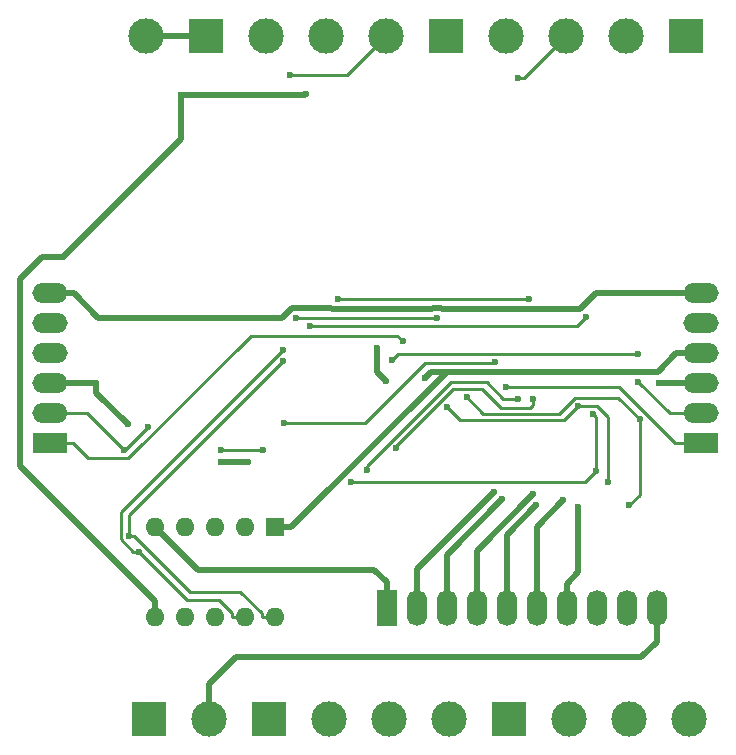
<source format=gbl>
G04 #@! TF.GenerationSoftware,KiCad,Pcbnew,5.99.0-unknown-9f841da98e~134~ubuntu20.04.1*
G04 #@! TF.CreationDate,2021-11-20T13:09:35+01:00*
G04 #@! TF.ProjectId,slave-8in-8out,736c6176-652d-4386-996e-2d386f75742e,rev?*
G04 #@! TF.SameCoordinates,PX3a22d00PY8062360*
G04 #@! TF.FileFunction,Copper,L2,Bot*
G04 #@! TF.FilePolarity,Positive*
%FSLAX46Y46*%
G04 Gerber Fmt 4.6, Leading zero omitted, Abs format (unit mm)*
G04 Created by KiCad (PCBNEW 5.99.0-unknown-9f841da98e~134~ubuntu20.04.1) date 2021-11-20 13:09:35*
%MOMM*%
%LPD*%
G01*
G04 APERTURE LIST*
G04 #@! TA.AperFunction,ComponentPad*
%ADD10R,3.000000X3.000000*%
G04 #@! TD*
G04 #@! TA.AperFunction,ComponentPad*
%ADD11C,3.000000*%
G04 #@! TD*
G04 #@! TA.AperFunction,ComponentPad*
%ADD12R,1.700000X3.048000*%
G04 #@! TD*
G04 #@! TA.AperFunction,ComponentPad*
%ADD13O,1.700000X3.048000*%
G04 #@! TD*
G04 #@! TA.AperFunction,ComponentPad*
%ADD14R,1.600000X1.600000*%
G04 #@! TD*
G04 #@! TA.AperFunction,ComponentPad*
%ADD15O,1.600000X1.600000*%
G04 #@! TD*
G04 #@! TA.AperFunction,ComponentPad*
%ADD16R,3.000000X1.700000*%
G04 #@! TD*
G04 #@! TA.AperFunction,ComponentPad*
%ADD17O,3.000000X1.700000*%
G04 #@! TD*
G04 #@! TA.AperFunction,ViaPad*
%ADD18C,0.600000*%
G04 #@! TD*
G04 #@! TA.AperFunction,Conductor*
%ADD19C,0.500000*%
G04 #@! TD*
G04 #@! TA.AperFunction,Conductor*
%ADD20C,0.250000*%
G04 #@! TD*
G04 APERTURE END LIST*
D10*
X86360000Y-66802000D03*
D11*
X81280000Y-66802000D03*
D10*
X127000000Y-66802000D03*
D11*
X121920000Y-66802000D03*
X116840000Y-66802000D03*
X111760000Y-66802000D03*
D10*
X106680000Y-66802000D03*
D11*
X101600000Y-66802000D03*
X96520000Y-66802000D03*
X91440000Y-66802000D03*
D12*
X101605000Y-115291000D03*
D13*
X104145000Y-115291000D03*
X106685000Y-115291000D03*
X109225000Y-115291000D03*
X111765000Y-115291000D03*
X114305000Y-115291000D03*
X116845000Y-115291000D03*
X119385000Y-115291000D03*
X121925000Y-115291000D03*
X124465000Y-115291000D03*
D10*
X112014000Y-124689000D03*
D11*
X117094000Y-124689000D03*
X122174000Y-124689000D03*
X127254000Y-124689000D03*
D10*
X91694000Y-124689000D03*
D11*
X96774000Y-124689000D03*
X101854000Y-124689000D03*
X106934000Y-124689000D03*
D10*
X81534000Y-124689000D03*
D11*
X86614000Y-124689000D03*
D14*
X92202000Y-108433000D03*
D15*
X89662000Y-108433000D03*
X87122000Y-108433000D03*
X84582000Y-108433000D03*
X82042000Y-108433000D03*
X82042000Y-116053000D03*
X84582000Y-116053000D03*
X87122000Y-116053000D03*
X89662000Y-116053000D03*
X92202000Y-116053000D03*
D16*
X73152000Y-101321000D03*
D17*
X73152000Y-98781000D03*
X73152000Y-96241000D03*
X73152000Y-93701000D03*
X73152000Y-91161000D03*
X73152000Y-88621000D03*
D16*
X128196000Y-101321000D03*
D17*
X128196000Y-98781000D03*
X128196000Y-96241000D03*
X128196000Y-93701000D03*
X128196000Y-91161000D03*
X128196000Y-88621000D03*
D18*
X100838000Y-93218000D03*
X101600000Y-96012000D03*
X104902000Y-95758000D03*
X89916000Y-102870000D03*
X87630000Y-102870000D03*
X77013200Y-96241000D03*
X124642800Y-96241000D03*
X79686200Y-99726500D03*
X111760000Y-96520000D03*
X102965600Y-92698900D03*
X102108000Y-94234000D03*
X122936000Y-96099500D03*
X87630000Y-101854000D03*
X81409906Y-99951906D03*
X79394400Y-101919100D03*
X91186000Y-101854000D03*
X122936000Y-93726000D03*
X112774000Y-70365500D03*
X93413300Y-70172300D03*
X108380800Y-97432000D03*
X122174000Y-106572700D03*
X123049100Y-99272000D03*
X98618600Y-104622800D03*
X119380000Y-103682900D03*
X119126000Y-98809600D03*
X117856000Y-98124000D03*
X106725900Y-98222900D03*
X120395400Y-104568300D03*
X113998700Y-97536000D03*
X102434100Y-101758500D03*
X112776000Y-97536000D03*
X99975900Y-103610300D03*
X110756684Y-94400500D03*
X92964000Y-99568000D03*
X93938000Y-90673200D03*
X105876000Y-90729600D03*
X97529800Y-89078400D03*
X113665000Y-89078400D03*
X118520600Y-90632300D03*
X95141900Y-91409700D03*
X117856000Y-106710700D03*
X116586000Y-106144300D03*
X114294200Y-106578200D03*
X114046000Y-105614400D03*
X111398500Y-106044200D03*
X110736000Y-105413600D03*
X79819700Y-109170300D03*
X92823500Y-94349900D03*
X80620700Y-110482700D03*
X92831400Y-93386800D03*
X74177200Y-85536000D03*
X94767000Y-71776100D03*
X90464300Y-71822000D03*
X84177500Y-71822000D03*
D19*
X101605000Y-113035000D02*
X101605000Y-115291000D01*
X85623000Y-112014000D02*
X100584000Y-112014000D01*
X82042000Y-108433000D02*
X85623000Y-112014000D01*
X100584000Y-112014000D02*
X101605000Y-113035000D01*
X124596700Y-95250000D02*
X106735300Y-95250000D01*
X105410000Y-95250000D02*
X104902000Y-95758000D01*
X106735300Y-95250000D02*
X93552300Y-108433000D01*
X126145700Y-93701000D02*
X124596700Y-95250000D01*
X128196000Y-93701000D02*
X126145700Y-93701000D01*
X100838000Y-95250000D02*
X100838000Y-93218000D01*
X93552300Y-108433000D02*
X92202000Y-108433000D01*
X101600000Y-96012000D02*
X100838000Y-95250000D01*
X106735300Y-95250000D02*
X105410000Y-95250000D01*
X79686200Y-99726500D02*
X77013200Y-97053500D01*
X87630000Y-102870000D02*
X89916000Y-102870000D01*
X77013200Y-97053500D02*
X77013200Y-96241000D01*
X73152000Y-96241000D02*
X77013200Y-96241000D01*
X128196000Y-96241000D02*
X124642800Y-96241000D01*
D20*
X79714600Y-102601100D02*
X90113700Y-92202000D01*
X123723611Y-98992607D02*
X123723611Y-99031761D01*
X102468700Y-92202000D02*
X102965600Y-92698900D01*
X123723611Y-99031761D02*
X126012850Y-101321000D01*
X90113700Y-92202000D02*
X102468700Y-92202000D01*
X73152000Y-101321000D02*
X75027300Y-101321000D01*
X126012850Y-101321000D02*
X128196000Y-101321000D01*
X111760000Y-96520000D02*
X121251004Y-96520000D01*
X75027300Y-101321000D02*
X76307400Y-102601100D01*
X121251004Y-96520000D02*
X123723611Y-98992607D01*
X76307400Y-102601100D02*
X79714600Y-102601100D01*
X102108000Y-94234000D02*
X102616000Y-93726000D01*
X87630000Y-101854000D02*
X91186000Y-101854000D01*
X79442712Y-101919100D02*
X81409906Y-99951906D01*
X79394400Y-101919100D02*
X76256300Y-98781000D01*
X122936000Y-96099500D02*
X125617500Y-98781000D01*
X102616000Y-93726000D02*
X122936000Y-93726000D01*
X79394400Y-101919100D02*
X79442712Y-101919100D01*
X76256300Y-98781000D02*
X73152000Y-98781000D01*
X125617500Y-98781000D02*
X128196000Y-98781000D01*
X112774000Y-70365500D02*
X113276500Y-70365500D01*
X113276500Y-70365500D02*
X116840000Y-66802000D01*
X98229700Y-70172300D02*
X93413300Y-70172300D01*
X101600000Y-66802000D02*
X98229700Y-70172300D01*
X123049100Y-105697600D02*
X122174000Y-106572700D01*
X109754800Y-98806000D02*
X116220096Y-98806000D01*
X116220096Y-98806000D02*
X117576607Y-97449489D01*
X123049100Y-99272000D02*
X123049100Y-105697600D01*
X121226589Y-97449489D02*
X123049100Y-99272000D01*
X108380800Y-97432000D02*
X109754800Y-98806000D01*
X117576607Y-97449489D02*
X121226589Y-97449489D01*
X119380000Y-99063600D02*
X119126000Y-98809600D01*
X119380000Y-103682900D02*
X118440100Y-104622800D01*
X118440100Y-104622800D02*
X98618600Y-104622800D01*
X119380000Y-103682900D02*
X119380000Y-99063600D01*
X120395400Y-104568300D02*
X120395400Y-99075800D01*
X107817000Y-99314000D02*
X106725900Y-98222900D01*
X119443600Y-98124000D02*
X117856000Y-98124000D01*
X117856000Y-98124000D02*
X116666000Y-99314000D01*
X116666000Y-99314000D02*
X107817000Y-99314000D01*
X120395400Y-99075800D02*
X119443600Y-98124000D01*
X111260480Y-98306480D02*
X109710700Y-96756700D01*
X102434100Y-101559700D02*
X102434100Y-101758500D01*
X113998700Y-98091300D02*
X113783520Y-98306480D01*
X109710700Y-96756700D02*
X107237100Y-96756700D01*
X113998700Y-97536000D02*
X113998700Y-98091300D01*
X107237100Y-96756700D02*
X102434100Y-101559700D01*
X113783520Y-98306480D02*
X111260480Y-98306480D01*
X112776000Y-97536000D02*
X111506000Y-97536000D01*
X107086900Y-96150700D02*
X99975900Y-103261700D01*
X99975900Y-103261700D02*
X99975900Y-103610300D01*
X110120700Y-96150700D02*
X107086900Y-96150700D01*
X111506000Y-97536000D02*
X110120700Y-96150700D01*
X104833692Y-94488000D02*
X110669184Y-94488000D01*
X92964000Y-99568000D02*
X99753692Y-99568000D01*
X110669184Y-94488000D02*
X110756684Y-94400500D01*
X99753692Y-99568000D02*
X104833692Y-94488000D01*
X105876000Y-90729600D02*
X105819600Y-90673200D01*
X105819600Y-90673200D02*
X93938000Y-90673200D01*
X97529800Y-89078400D02*
X113665000Y-89078400D01*
X117743200Y-91409700D02*
X95141900Y-91409700D01*
X118520600Y-90632300D02*
X117743200Y-91409700D01*
D19*
X96898889Y-89823689D02*
X93586120Y-89823689D01*
X88900000Y-119380000D02*
X123190000Y-119380000D01*
X86614000Y-121666000D02*
X88900000Y-119380000D01*
X86614000Y-124689000D02*
X86614000Y-121666000D01*
X92731809Y-90678000D02*
X77216000Y-90678000D01*
X77216000Y-90678000D02*
X75159000Y-88621000D01*
X106228300Y-89879300D02*
X105523800Y-89879300D01*
X75159000Y-88621000D02*
X73152000Y-88621000D01*
X123190000Y-119380000D02*
X124465000Y-118105000D01*
X97016500Y-89941300D02*
X96898889Y-89823689D01*
X105461800Y-89941300D02*
X97016500Y-89941300D01*
X81280000Y-66802000D02*
X86360000Y-66802000D01*
X119329400Y-88621000D02*
X118009100Y-89941300D01*
X105523800Y-89879300D02*
X105461800Y-89941300D01*
X93586120Y-89823689D02*
X92731809Y-90678000D01*
X124465000Y-118105000D02*
X124465000Y-115291000D01*
X128196000Y-88621000D02*
X119329400Y-88621000D01*
X106290300Y-89941300D02*
X106228300Y-89879300D01*
X118009100Y-89941300D02*
X106290300Y-89941300D01*
X117856000Y-112205700D02*
X117856000Y-106710700D01*
X116845000Y-113216700D02*
X117856000Y-112205700D01*
X116845000Y-115291000D02*
X116845000Y-113216700D01*
X114305000Y-108425300D02*
X116586000Y-106144300D01*
X114305000Y-115291000D02*
X114305000Y-108425300D01*
X114294200Y-106578200D02*
X111765000Y-109107400D01*
X111765000Y-109107400D02*
X111765000Y-115291000D01*
X109225000Y-110435400D02*
X114046000Y-105614400D01*
X109225000Y-115291000D02*
X109225000Y-110435400D01*
X106685000Y-110757700D02*
X111398500Y-106044200D01*
X106685000Y-115291000D02*
X106685000Y-110757700D01*
X104145000Y-115291000D02*
X104145000Y-112004600D01*
X104145000Y-112004600D02*
X110736000Y-105413600D01*
D20*
X79819700Y-107353700D02*
X92823500Y-94349900D01*
X91026700Y-116053000D02*
X91026700Y-115687700D01*
X91026700Y-115687700D02*
X89231100Y-113892100D01*
X84985200Y-113892100D02*
X80263400Y-109170300D01*
X92202000Y-116053000D02*
X91026700Y-116053000D01*
X80263400Y-109170300D02*
X79819700Y-109170300D01*
X89231100Y-113892100D02*
X84985200Y-113892100D01*
X79819700Y-109170300D02*
X79819700Y-107353700D01*
X80108000Y-110482700D02*
X79084500Y-109459200D01*
X84728800Y-114590800D02*
X80620700Y-110482700D01*
X79084500Y-109459200D02*
X79084500Y-107133700D01*
X87391800Y-114590800D02*
X84728800Y-114590800D01*
X88486700Y-116053000D02*
X88486700Y-115685700D01*
X80620700Y-110482700D02*
X80108000Y-110482700D01*
X79084500Y-107133700D02*
X92831400Y-93386800D01*
X89662000Y-116053000D02*
X88486700Y-116053000D01*
X88486700Y-115685700D02*
X87391800Y-114590800D01*
D19*
X74177200Y-85536000D02*
X84177500Y-75535700D01*
X72452000Y-85536000D02*
X74177200Y-85536000D01*
X90464300Y-71822000D02*
X94721100Y-71822000D01*
X82042000Y-116053000D02*
X82042000Y-114702700D01*
X70612000Y-103272700D02*
X70612000Y-87376000D01*
X84177500Y-71822000D02*
X90464300Y-71822000D01*
X84177500Y-75535700D02*
X84177500Y-71822000D01*
X94721100Y-71822000D02*
X94767000Y-71776100D01*
X82042000Y-114702700D02*
X70612000Y-103272700D01*
X70612000Y-87376000D02*
X72452000Y-85536000D01*
M02*

</source>
